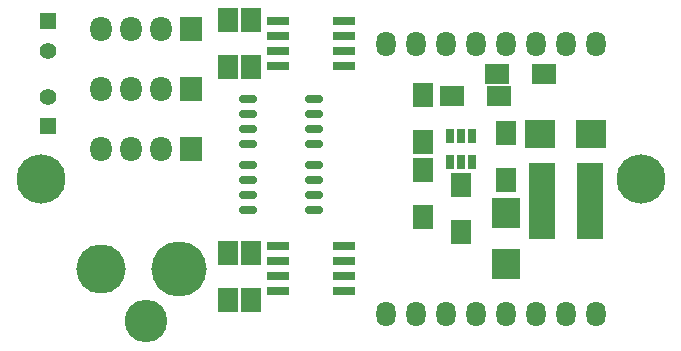
<source format=gts>
%TF.GenerationSoftware,KiCad,Pcbnew,4.0.2-stable*%
%TF.CreationDate,2016-05-01T09:37:51-04:00*%
%TF.ProjectId,RGB-Controller,5247422D436F6E74726F6C6C65722E6B,rev?*%
%TF.FileFunction,Soldermask,Top*%
%FSLAX46Y46*%
G04 Gerber Fmt 4.6, Leading zero omitted, Abs format (unit mm)*
G04 Created by KiCad (PCBNEW 4.0.2-stable) date 5/1/2016 9:37:51 AM*
%MOMM*%
G01*
G04 APERTURE LIST*
%ADD10C,0.127000*%
%ADD11R,1.700000X2.100000*%
%ADD12R,2.401240X2.599360*%
%ADD13O,1.624000X2.132000*%
%ADD14R,2.100000X1.700000*%
%ADD15C,4.164000*%
%ADD16R,2.300000X6.400000*%
%ADD17R,1.827200X2.132000*%
%ADD18O,1.827200X2.132000*%
%ADD19R,2.100000X1.800000*%
%ADD20R,1.800000X2.100000*%
%ADD21R,0.750000X1.160000*%
%ADD22R,1.850000X0.750000*%
%ADD23O,1.573200X0.709600*%
%ADD24R,2.599360X2.401240*%
%ADD25O,4.672000X4.672000*%
%ADD26O,4.164000X4.164000*%
%ADD27O,3.600120X3.600120*%
%ADD28R,1.400000X1.400000*%
%ADD29C,1.400000*%
G04 APERTURE END LIST*
D10*
D11*
X139700000Y-87535000D03*
X139700000Y-91535000D03*
D12*
X139700000Y-94371160D03*
X139700000Y-98668840D03*
D13*
X147320000Y-102870000D03*
X147320000Y-80010000D03*
X144780000Y-102870000D03*
X144780000Y-80010000D03*
X142240000Y-102870000D03*
X142240000Y-80010000D03*
X139700000Y-102870000D03*
X139700000Y-80010000D03*
X137160000Y-102870000D03*
X137160000Y-80010000D03*
X134620000Y-102870000D03*
X134620000Y-80010000D03*
X132080000Y-102870000D03*
X132080000Y-80010000D03*
X129540000Y-102870000D03*
X129540000Y-80010000D03*
D14*
X138970000Y-82550000D03*
X142970000Y-82550000D03*
D15*
X151130000Y-91440000D03*
D11*
X135890000Y-91980000D03*
X135890000Y-95980000D03*
D16*
X142730000Y-93345000D03*
X146830000Y-93345000D03*
D17*
X113030000Y-78740000D03*
D18*
X110490000Y-78740000D03*
X107950000Y-78740000D03*
X105410000Y-78740000D03*
D17*
X113030000Y-83820000D03*
D18*
X110490000Y-83820000D03*
X107950000Y-83820000D03*
X105410000Y-83820000D03*
D17*
X113030000Y-88900000D03*
D18*
X110490000Y-88900000D03*
X107950000Y-88900000D03*
X105410000Y-88900000D03*
D19*
X139160000Y-84455000D03*
X135160000Y-84455000D03*
D20*
X132715000Y-88360000D03*
X132715000Y-84360000D03*
X132715000Y-94710000D03*
X132715000Y-90710000D03*
D21*
X136840000Y-87800000D03*
X135890000Y-87800000D03*
X134940000Y-87800000D03*
X134940000Y-90000000D03*
X136840000Y-90000000D03*
X135890000Y-90000000D03*
D22*
X120390000Y-100965000D03*
X125990000Y-100965000D03*
X120390000Y-99695000D03*
X125990000Y-99695000D03*
X120390000Y-98425000D03*
X125990000Y-98425000D03*
X120390000Y-97155000D03*
X125990000Y-97155000D03*
X120390000Y-81915000D03*
X125990000Y-81915000D03*
X120390000Y-80645000D03*
X125990000Y-80645000D03*
X120390000Y-79375000D03*
X125990000Y-79375000D03*
X120390000Y-78105000D03*
X125990000Y-78105000D03*
D23*
X123444000Y-94107000D03*
X123444000Y-92837000D03*
X123444000Y-91567000D03*
X123444000Y-90297000D03*
X117856000Y-90297000D03*
X117856000Y-91567000D03*
X117856000Y-92837000D03*
X117856000Y-94107000D03*
X123444000Y-88519000D03*
X123444000Y-87249000D03*
X123444000Y-85979000D03*
X123444000Y-84709000D03*
X117856000Y-84709000D03*
X117856000Y-85979000D03*
X117856000Y-87249000D03*
X117856000Y-88519000D03*
D15*
X100330000Y-91440000D03*
D24*
X142631160Y-87630000D03*
X146928840Y-87630000D03*
D11*
X116205000Y-97695000D03*
X116205000Y-101695000D03*
X118110000Y-78010000D03*
X118110000Y-82010000D03*
X116205000Y-78010000D03*
X116205000Y-82010000D03*
X118110000Y-97695000D03*
X118110000Y-101695000D03*
D25*
X112014000Y-99060000D03*
D26*
X105410000Y-99060000D03*
D27*
X109220000Y-103505000D03*
D28*
X100965000Y-78105000D03*
D29*
X100965000Y-80605000D03*
D28*
X100965000Y-86995000D03*
D29*
X100965000Y-84495000D03*
M02*

</source>
